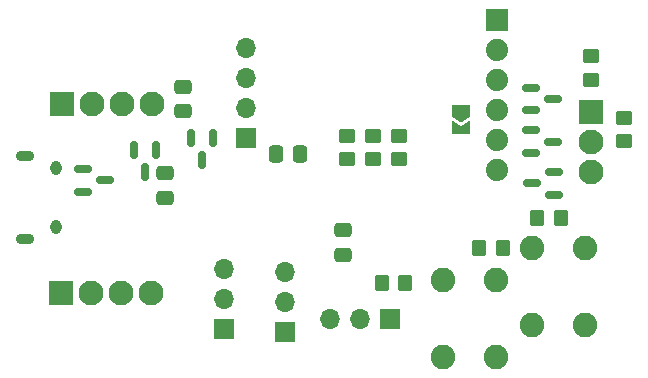
<source format=gbr>
%TF.GenerationSoftware,KiCad,Pcbnew,6.0.11-2627ca5db0~126~ubuntu22.04.1*%
%TF.CreationDate,2023-02-28T18:33:25-05:00*%
%TF.ProjectId,canbus-gpios,63616e62-7573-42d6-9770-696f732e6b69,1.0*%
%TF.SameCoordinates,Original*%
%TF.FileFunction,Soldermask,Bot*%
%TF.FilePolarity,Negative*%
%FSLAX46Y46*%
G04 Gerber Fmt 4.6, Leading zero omitted, Abs format (unit mm)*
G04 Created by KiCad (PCBNEW 6.0.11-2627ca5db0~126~ubuntu22.04.1) date 2023-02-28 18:33:25*
%MOMM*%
%LPD*%
G01*
G04 APERTURE LIST*
G04 Aperture macros list*
%AMRoundRect*
0 Rectangle with rounded corners*
0 $1 Rounding radius*
0 $2 $3 $4 $5 $6 $7 $8 $9 X,Y pos of 4 corners*
0 Add a 4 corners polygon primitive as box body*
4,1,4,$2,$3,$4,$5,$6,$7,$8,$9,$2,$3,0*
0 Add four circle primitives for the rounded corners*
1,1,$1+$1,$2,$3*
1,1,$1+$1,$4,$5*
1,1,$1+$1,$6,$7*
1,1,$1+$1,$8,$9*
0 Add four rect primitives between the rounded corners*
20,1,$1+$1,$2,$3,$4,$5,0*
20,1,$1+$1,$4,$5,$6,$7,0*
20,1,$1+$1,$6,$7,$8,$9,0*
20,1,$1+$1,$8,$9,$2,$3,0*%
%AMFreePoly0*
4,1,6,1.000000,0.000000,0.500000,-0.750000,-0.500000,-0.750000,-0.500000,0.750000,0.500000,0.750000,1.000000,0.000000,1.000000,0.000000,$1*%
%AMFreePoly1*
4,1,6,0.500000,-0.750000,-0.650000,-0.750000,-0.150000,0.000000,-0.650000,0.750000,0.500000,0.750000,0.500000,-0.750000,0.500000,-0.750000,$1*%
G04 Aperture macros list end*
%ADD10R,1.700000X1.700000*%
%ADD11O,1.700000X1.700000*%
%ADD12R,2.100000X2.100000*%
%ADD13C,2.100000*%
%ADD14C,2.082800*%
%ADD15R,1.879600X1.879600*%
%ADD16C,1.879600*%
%ADD17O,0.950000X1.250000*%
%ADD18O,1.550000X0.890000*%
%ADD19RoundRect,0.250000X-0.337500X-0.475000X0.337500X-0.475000X0.337500X0.475000X-0.337500X0.475000X0*%
%ADD20RoundRect,0.150000X-0.150000X0.587500X-0.150000X-0.587500X0.150000X-0.587500X0.150000X0.587500X0*%
%ADD21RoundRect,0.250000X0.350000X0.450000X-0.350000X0.450000X-0.350000X-0.450000X0.350000X-0.450000X0*%
%ADD22RoundRect,0.250000X0.475000X-0.337500X0.475000X0.337500X-0.475000X0.337500X-0.475000X-0.337500X0*%
%ADD23RoundRect,0.150000X-0.587500X-0.150000X0.587500X-0.150000X0.587500X0.150000X-0.587500X0.150000X0*%
%ADD24RoundRect,0.250000X-0.450000X0.350000X-0.450000X-0.350000X0.450000X-0.350000X0.450000X0.350000X0*%
%ADD25RoundRect,0.250000X0.450000X-0.350000X0.450000X0.350000X-0.450000X0.350000X-0.450000X-0.350000X0*%
%ADD26RoundRect,0.250000X-0.475000X0.337500X-0.475000X-0.337500X0.475000X-0.337500X0.475000X0.337500X0*%
%ADD27RoundRect,0.150000X0.587500X0.150000X-0.587500X0.150000X-0.587500X-0.150000X0.587500X-0.150000X0*%
%ADD28FreePoly0,270.000000*%
%ADD29FreePoly1,270.000000*%
%ADD30RoundRect,0.250000X-0.350000X-0.450000X0.350000X-0.450000X0.350000X0.450000X-0.350000X0.450000X0*%
G04 APERTURE END LIST*
D10*
%TO.C,JP1*%
X73400000Y-97140000D03*
D11*
X73400000Y-94600000D03*
X73400000Y-92060000D03*
%TD*%
D12*
%TO.C,J5*%
X59625000Y-94100000D03*
D13*
X62165000Y-94100000D03*
X64705000Y-94100000D03*
X67245000Y-94100000D03*
%TD*%
D10*
%TO.C,J2*%
X87490000Y-96350000D03*
D11*
X84950000Y-96350000D03*
X82410000Y-96350000D03*
%TD*%
D14*
%TO.C,S1*%
X96435600Y-92998800D03*
X96435600Y-99501200D03*
X91914400Y-92998800D03*
X91914400Y-99501200D03*
%TD*%
D15*
%TO.C,J3*%
X96500000Y-70990000D03*
D16*
X96500000Y-73530000D03*
X96500000Y-76070000D03*
X96500000Y-78610000D03*
X96500000Y-81150000D03*
X96500000Y-83690000D03*
%TD*%
D12*
%TO.C,J6*%
X104500000Y-78775000D03*
D13*
X104500000Y-81315000D03*
X104500000Y-83855000D03*
%TD*%
D12*
%TO.C,J4*%
X59660000Y-78075000D03*
D13*
X62200000Y-78075000D03*
X64740000Y-78075000D03*
X67280000Y-78075000D03*
%TD*%
D10*
%TO.C,U3*%
X75247300Y-81002600D03*
D11*
X75247300Y-78462600D03*
X75247300Y-75922600D03*
X75247300Y-73382600D03*
%TD*%
D14*
%TO.C,S2*%
X103960600Y-90323800D03*
X103960600Y-96826200D03*
X99439400Y-90323800D03*
X99439400Y-96826200D03*
%TD*%
D17*
%TO.C,J1*%
X59210000Y-83550000D03*
D18*
X56510000Y-82550000D03*
X56510000Y-89550000D03*
D17*
X59210000Y-88550000D03*
%TD*%
D10*
%TO.C,JP2*%
X78525000Y-97425000D03*
D11*
X78525000Y-94885000D03*
X78525000Y-92345000D03*
%TD*%
D19*
%TO.C,C7*%
X77787500Y-82300000D03*
X79862500Y-82300000D03*
%TD*%
D20*
%TO.C,U1*%
X65775000Y-81987500D03*
X67675000Y-81987500D03*
X66725000Y-83862500D03*
%TD*%
D21*
%TO.C,R1*%
X88750000Y-93250000D03*
X86750000Y-93250000D03*
%TD*%
D22*
%TO.C,C1*%
X83450000Y-90887500D03*
X83450000Y-88812500D03*
%TD*%
D23*
%TO.C,Q4*%
X99387500Y-82250000D03*
X99387500Y-80350000D03*
X101262500Y-81300000D03*
%TD*%
D22*
%TO.C,C4*%
X69900000Y-78712500D03*
X69900000Y-76637500D03*
%TD*%
D24*
%TO.C,R9*%
X104450000Y-74050000D03*
X104450000Y-76050000D03*
%TD*%
D25*
%TO.C,R5*%
X85975000Y-82800000D03*
X85975000Y-80800000D03*
%TD*%
D24*
%TO.C,R8*%
X107300000Y-79250000D03*
X107300000Y-81250000D03*
%TD*%
D26*
%TO.C,C2*%
X68425000Y-83950000D03*
X68425000Y-86025000D03*
%TD*%
D23*
%TO.C,Q2*%
X61437500Y-85525000D03*
X61437500Y-83625000D03*
X63312500Y-84575000D03*
%TD*%
D25*
%TO.C,R4*%
X88175000Y-82775000D03*
X88175000Y-80775000D03*
%TD*%
D23*
%TO.C,Q5*%
X99375000Y-78650000D03*
X99375000Y-76750000D03*
X101250000Y-77700000D03*
%TD*%
D20*
%TO.C,Q1*%
X70600000Y-81000000D03*
X72500000Y-81000000D03*
X71550000Y-82875000D03*
%TD*%
D25*
%TO.C,R6*%
X83775000Y-82775000D03*
X83775000Y-80775000D03*
%TD*%
D27*
%TO.C,Q3*%
X101312500Y-83875000D03*
X101312500Y-85775000D03*
X99437500Y-84825000D03*
%TD*%
D28*
%TO.C,JP3*%
X93475000Y-78700000D03*
D29*
X93475000Y-80150000D03*
%TD*%
D30*
%TO.C,R2*%
X95000000Y-90325000D03*
X97000000Y-90325000D03*
%TD*%
D21*
%TO.C,R7*%
X101925000Y-87775000D03*
X99925000Y-87775000D03*
%TD*%
M02*

</source>
